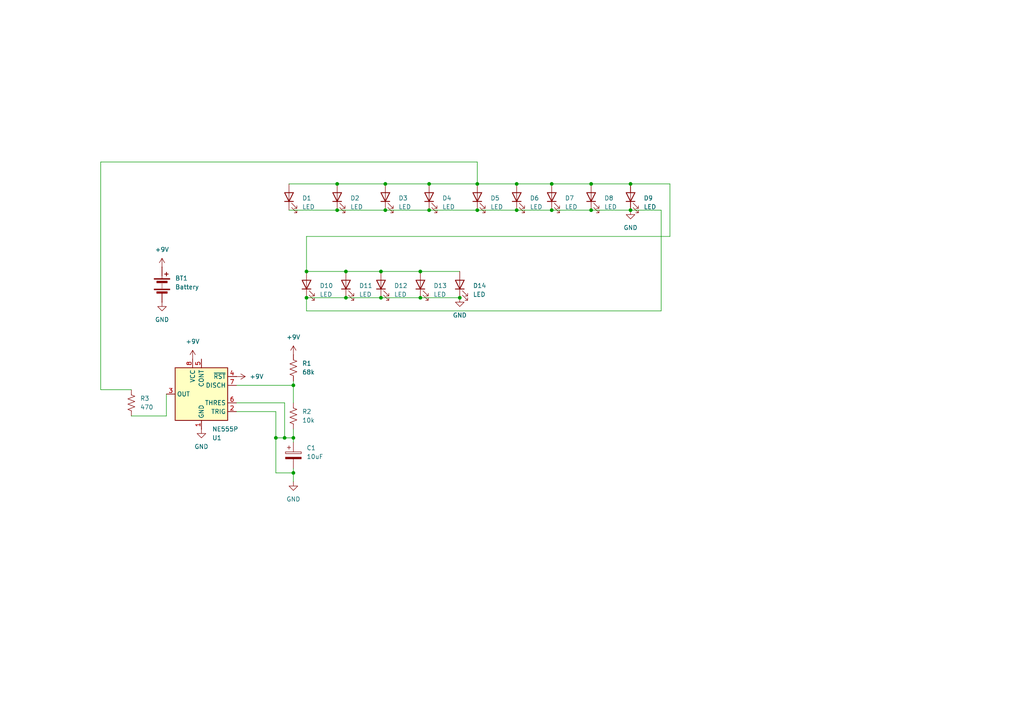
<source format=kicad_sch>
(kicad_sch (version 20250114) (generator "eeschema") (generator_version "9.0")
  (paper "A4")
  (lib_symbols
    (symbol "Device:Battery" (pin_numbers (hide yes)) (pin_names (offset 0) (hide yes))
      (property "Reference" "BT" (at 2.54 2.54 0))
      (property "Value" "Battery" (at 2.54 0 0))
      (symbol "Battery_0_1"
        (rectangle (start -2.286 1.778) (end 2.286 1.524) (fill (type outline)))
        (rectangle (start -2.286 -1.27) (end 2.286 -1.524) (fill (type outline)))
        (rectangle (start -1.524 1.016) (end 1.524 0.508) (fill (type outline)))
        (rectangle (start -1.524 -2.032) (end 1.524 -2.54) (fill (type outline)))
        (polyline (pts (xy 0 1.778) (xy 0 2.54)))
        (polyline (pts (xy 0 0) (xy 0 0.254)))
        (polyline (pts (xy 0 -0.508) (xy 0 -0.254)))
        (polyline (pts (xy 0 -1.016) (xy 0 -0.762)))
        (polyline (pts (xy 0.762 3.048) (xy 1.778 3.048)) (stroke (width 0.254)))
        (polyline (pts (xy 1.27 3.556) (xy 1.27 2.54)) (stroke (width 0.254)))
      )
      (symbol "Battery_1_1"
        (pin passive line (at 0 5.08 270) (length 2.54) (name "+") (number "1"))
        (pin passive line (at 0 -5.08 90) (length 2.54) (name "-") (number "2"))
      )
    )
    (symbol "Device:C_Polarized" (pin_numbers (hide yes)) (pin_names (offset 0.254))
      (property "Reference" "C" (at 0.635 2.54 0))
      (property "Value" "C_Polarized" (at 0.635 -2.54 0))
      (symbol "C_Polarized_0_1"
        (rectangle (start -2.286 0.508) (end 2.286 1.016))
        (polyline (pts (xy -1.778 2.286) (xy -0.762 2.286)))
        (polyline (pts (xy -1.27 2.794) (xy -1.27 1.778)))
        (rectangle (start 2.286 -0.508) (end -2.286 -1.016) (fill (type outline)))
      )
      (symbol "C_Polarized_1_1"
        (pin passive line (at 0 3.81 270) (length 2.794) (name "~") (number "1"))
        (pin passive line (at 0 -3.81 90) (length 2.794) (name "~") (number "2"))
      )
    )
    (symbol "Device:LED" (pin_numbers (hide yes)) (pin_names (offset 1.016) (hide yes))
      (property "Reference" "D" (at 0 2.54 0))
      (property "Value" "LED" (at 0 -2.54 0))
      (symbol "LED_0_1"
        (polyline (pts (xy -3.048 -0.762) (xy -4.572 -2.286) (xy -3.81 -2.286) (xy -4.572 -2.286) (xy -4.572 -1.524)))
        (polyline (pts (xy -1.778 -0.762) (xy -3.302 -2.286) (xy -2.54 -2.286) (xy -3.302 -2.286) (xy -3.302 -1.524)))
        (polyline (pts (xy -1.27 0) (xy 1.27 0)))
        (polyline (pts (xy -1.27 -1.27) (xy -1.27 1.27)) (stroke (width 0.254)))
        (polyline (pts (xy 1.27 -1.27) (xy 1.27 1.27) (xy -1.27 0) (xy 1.27 -1.27)) (stroke (width 0.254)))
      )
      (symbol "LED_1_1"
        (pin passive line (at -3.81 0 0) (length 2.54) (name "K") (number "1"))
        (pin passive line (at 3.81 0 180) (length 2.54) (name "A") (number "2"))
      )
    )
    (symbol "Device:R_US" (pin_numbers (hide yes)) (pin_names (offset 0))
      (property "Reference" "R" (at 2.54 0 90))
      (property "Value" "R_US" (at -2.54 0 90))
      (symbol "R_US_0_1"
        (polyline (pts (xy 0 2.286) (xy 0 2.54)))
        (polyline (pts (xy 0 2.286) (xy 1.016 1.905) (xy 0 1.524) (xy -1.016 1.143) (xy 0 0.762)))
        (polyline (pts (xy 0 0.762) (xy 1.016 0.381) (xy 0 0) (xy -1.016 -0.381) (xy 0 -0.762)))
        (polyline (pts (xy 0 -0.762) (xy 1.016 -1.143) (xy 0 -1.524) (xy -1.016 -1.905) (xy 0 -2.286)))
        (polyline (pts (xy 0 -2.286) (xy 0 -2.54)))
      )
      (symbol "R_US_1_1"
        (pin passive line (at 0 3.81 270) (length 1.27) (name "~") (number "1"))
        (pin passive line (at 0 -3.81 90) (length 1.27) (name "~") (number "2"))
      )
    )
    (symbol "Timer:NE555P"
      (property "Reference" "U" (at -10.16 8.89 0))
      (property "Value" "NE555P" (at 2.54 8.89 0))
      (symbol "NE555P_0_0"
        (pin power_in line (at 0 -10.16 90) (length 2.54) (name "GND") (number "1"))
        (pin power_in line (at 2.54 10.16 270) (length 2.54) (name "VCC") (number "8"))
      )
      (symbol "NE555P_0_1"
        (rectangle (start -7.62 7.62) (end 7.62 -7.62) (stroke (width 0.254)) (fill (type background)))
      )
      (symbol "NE555P_1_1"
        (pin input line (at -10.16 5.08 0) (length 2.54) (name "~{RST}") (number "4"))
        (pin input line (at -10.16 2.54 0) (length 2.54) (name "DISCH") (number "7"))
        (pin input line (at -10.16 -2.54 0) (length 2.54) (name "THRES") (number "6"))
        (pin input line (at -10.16 -5.08 0) (length 2.54) (name "TRIG") (number "2"))
        (pin open_collector line (at 0 10.16 270) (length 2.54) (name "CONT") (number "5"))
        (pin output line (at 10.16 0 180) (length 2.54) (name "OUT") (number "3"))
      )
    )
    (symbol "power:+9V" (power) (pin_numbers (hide yes)) (pin_names (offset 0) (hide yes))
      (property "Value" "+9V" (at 0 3.556 0))
      (symbol "+9V_0_1"
        (polyline (pts (xy -0.762 1.27) (xy 0 2.54)))
        (polyline (pts (xy 0 2.54) (xy 0.762 1.27)))
        (polyline (pts (xy 0 0) (xy 0 2.54)))
      )
      (symbol "+9V_1_1"
        (pin power_in line (at 0 0 90) (length 0) (name "~") (number "1"))
      )
    )
    (symbol "power:GND" (power) (pin_numbers (hide yes)) (pin_names (offset 0) (hide yes))
      (property "Value" "GND" (at 0 -3.81 0))
      (symbol "GND_0_1"
        (polyline (pts (xy 0 0) (xy 0 -1.27) (xy 1.27 -1.27) (xy 0 -2.54) (xy -1.27 -1.27) (xy 0 -1.27)))
      )
      (symbol "GND_1_1"
        (pin power_in line (at 0 0 270) (length 0) (name "~") (number "1"))
      )
    )
  )
  (junction (at 88.9 86.36))
  (junction (at 110.49 86.36))
  (junction (at 124.46 60.96))
  (junction (at 82.55 127))
  (junction (at 171.45 60.96))
  (junction (at 80.01 127))
  (junction (at 121.92 78.74))
  (junction (at 182.88 53.34))
  (junction (at 97.79 60.96))
  (junction (at 138.43 60.96))
  (junction (at 111.76 60.96))
  (junction (at 111.76 53.34))
  (junction (at 138.43 53.34))
  (junction (at 97.79 53.34))
  (junction (at 100.33 78.74))
  (junction (at 121.92 86.36))
  (junction (at 149.86 60.96))
  (junction (at 149.86 53.34))
  (junction (at 110.49 78.74))
  (junction (at 85.09 137.16))
  (junction (at 160.02 53.34))
  (junction (at 160.02 60.96))
  (junction (at 88.9 78.74))
  (junction (at 182.88 60.96))
  (junction (at 85.09 127))
  (junction (at 171.45 53.34))
  (junction (at 133.35 86.36))
  (junction (at 85.09 111.76))
  (junction (at 100.33 86.36))
  (junction (at 124.46 53.34))
  (wire (pts (xy 171.45 53.34) (xy 182.88 53.34)))
  (wire (pts (xy 110.49 86.36) (xy 121.92 86.36)))
  (wire (pts (xy 68.58 116.84) (xy 82.55 116.84)))
  (wire (pts (xy 83.82 53.34) (xy 97.79 53.34)))
  (wire (pts (xy 138.43 60.96) (xy 149.86 60.96)))
  (wire (pts (xy 138.43 53.34) (xy 149.86 53.34)))
  (wire (pts (xy 68.58 111.76) (xy 85.09 111.76)))
  (wire (pts (xy 88.9 78.74) (xy 100.33 78.74)))
  (wire (pts (xy 191.77 60.96) (xy 191.77 90.17)))
  (wire (pts (xy 194.31 68.58) (xy 194.31 53.34)))
  (wire (pts (xy 80.01 119.38) (xy 80.01 127)))
  (wire (pts (xy 82.55 116.84) (xy 82.55 127)))
  (wire (pts (xy 111.76 53.34) (xy 124.46 53.34)))
  (wire (pts (xy 85.09 135.89) (xy 85.09 137.16)))
  (wire (pts (xy 82.55 127) (xy 85.09 127)))
  (wire (pts (xy 29.21 46.99) (xy 138.43 46.99)))
  (wire (pts (xy 97.79 60.96) (xy 111.76 60.96)))
  (wire (pts (xy 110.49 78.74) (xy 121.92 78.74)))
  (wire (pts (xy 88.9 68.58) (xy 194.31 68.58)))
  (wire (pts (xy 85.09 110.49) (xy 85.09 111.76)))
  (wire (pts (xy 149.86 60.96) (xy 160.02 60.96)))
  (wire (pts (xy 121.92 86.36) (xy 133.35 86.36)))
  (wire (pts (xy 160.02 53.34) (xy 171.45 53.34)))
  (wire (pts (xy 149.86 53.34) (xy 160.02 53.34)))
  (wire (pts (xy 85.09 127) (xy 85.09 128.27)))
  (wire (pts (xy 160.02 60.96) (xy 171.45 60.96)))
  (wire (pts (xy 124.46 60.96) (xy 138.43 60.96)))
  (wire (pts (xy 111.76 60.96) (xy 124.46 60.96)))
  (wire (pts (xy 100.33 78.74) (xy 110.49 78.74)))
  (wire (pts (xy 48.26 120.65) (xy 48.26 114.3)))
  (wire (pts (xy 121.92 78.74) (xy 133.35 78.74)))
  (wire (pts (xy 191.77 90.17) (xy 88.9 90.17)))
  (wire (pts (xy 88.9 86.36) (xy 88.9 90.17)))
  (wire (pts (xy 124.46 53.34) (xy 138.43 53.34)))
  (wire (pts (xy 68.58 119.38) (xy 80.01 119.38)))
  (wire (pts (xy 100.33 86.36) (xy 110.49 86.36)))
  (wire (pts (xy 85.09 137.16) (xy 85.09 139.7)))
  (wire (pts (xy 29.21 46.99) (xy 29.21 113.03)))
  (wire (pts (xy 171.45 60.96) (xy 182.88 60.96)))
  (wire (pts (xy 88.9 86.36) (xy 100.33 86.36)))
  (wire (pts (xy 97.79 53.34) (xy 111.76 53.34)))
  (wire (pts (xy 83.82 60.96) (xy 97.79 60.96)))
  (wire (pts (xy 194.31 53.34) (xy 182.88 53.34)))
  (wire (pts (xy 38.1 120.65) (xy 48.26 120.65)))
  (wire (pts (xy 182.88 60.96) (xy 191.77 60.96)))
  (wire (pts (xy 138.43 46.99) (xy 138.43 53.34)))
  (wire (pts (xy 85.09 111.76) (xy 85.09 116.84)))
  (wire (pts (xy 80.01 127) (xy 80.01 137.16)))
  (wire (pts (xy 85.09 124.46) (xy 85.09 127)))
  (wire (pts (xy 80.01 127) (xy 82.55 127)))
  (wire (pts (xy 80.01 137.16) (xy 85.09 137.16)))
  (wire (pts (xy 88.9 78.74) (xy 88.9 68.58)))
  (wire (pts (xy 38.1 113.03) (xy 29.21 113.03)))
  (symbol (lib_id "power:+9V") (at 85.09 102.87 0) (unit 1)
    (property "Reference" "#PWR09" (effects (hide yes)))
    (property "Value" "+9V" (at 85.09 97.79 0))
    (property "Description" "Power symbol creates a global label with name \"+9V\"" (effects (hide yes)))
  )
  (symbol (lib_id "power:GND") (at 58.42 124.46 0) (unit 1)
    (property "Reference" "#PWR03" (effects (hide yes)))
    (property "Value" "GND" (at 58.42 129.54 0))
    (property "Description" "Power symbol creates a global label with name \"GND\" , ground" (effects (hide yes)))
  )
  (symbol (lib_id "Device:LED") (at 171.45 57.15 90) (unit 1)
    (property "Reference" "D8" (at 175.26 57.4674 90) (effects (justify right)))
    (property "Value" "LED" (at 175.26 60.0074 90) (effects (justify right)))
    (property "Footprint" "LED_THT:LED_D5.0mm" (effects (hide yes)))
    (property "Description" "Light emitting diode" (effects (hide yes)))
    (property "Sim.Pins" "1=K 2=A" (effects (hide yes)))
  )
  (symbol (lib_id "power:GND") (at 182.88 60.96 0) (unit 1)
    (property "Reference" "#PWR01" (effects (hide yes)))
    (property "Value" "GND" (at 182.88 66.04 0))
    (property "Description" "Power symbol creates a global label with name \"GND\" , ground" (effects (hide yes)))
  )
  (symbol (lib_id "Device:Battery") (at 46.99 82.55 0) (unit 1)
    (property "Reference" "BT1" (at 50.8 80.7084 0) (effects (justify left)))
    (property "Value" "Battery" (at 50.8 83.2484 0) (effects (justify left)))
    (property "Footprint" "Connector_PinHeader_2.54mm:PinHeader_1x02_P2.54mm_Vertical" (effects (hide yes)))
    (property "Description" "Multiple-cell battery" (effects (hide yes)))
    (property "Sim.Device" "V" (effects (hide yes)))
    (property "Sim.Type" "DC" (effects (hide yes)))
    (property "Sim.Pins" "1=+ 2=-" (effects (hide yes)))
  )
  (symbol (lib_id "Device:LED") (at 97.79 57.15 90) (unit 1)
    (property "Reference" "D2" (at 101.6 57.4674 90) (effects (justify right)))
    (property "Value" "LED" (at 101.6 60.0074 90) (effects (justify right)))
    (property "Footprint" "LED_THT:LED_D5.0mm" (effects (hide yes)))
    (property "Description" "Light emitting diode" (effects (hide yes)))
    (property "Sim.Pins" "1=K 2=A" (effects (hide yes)))
  )
  (symbol (lib_id "Device:LED") (at 111.76 57.15 90) (unit 1)
    (property "Reference" "D3" (at 115.57 57.4674 90) (effects (justify right)))
    (property "Value" "LED" (at 115.57 60.0074 90) (effects (justify right)))
    (property "Footprint" "LED_THT:LED_D5.0mm" (effects (hide yes)))
    (property "Description" "Light emitting diode" (effects (hide yes)))
    (property "Sim.Pins" "1=K 2=A" (effects (hide yes)))
  )
  (symbol (lib_id "Timer:NE555P") (at 58.42 114.3 0) (mirror y) (unit 1)
    (property "Reference" "U1" (at 61.5381 127 0) (effects (justify right)))
    (property "Value" "NE555P" (at 61.5381 124.46 0) (effects (justify right)))
    (property "Footprint" "Package_DIP:DIP-8_W7.62mm" (effects (hide yes)))
    (property "Datasheet" "http://www.ti.com/lit/ds/symlink/ne555.pdf" (effects (hide yes)))
    (property "Description" "Precision Timers, 555 compatible, PDIP-8" (effects (hide yes)))
  )
  (symbol (lib_id "Device:LED") (at 110.49 82.55 90) (unit 1)
    (property "Reference" "D12" (at 114.3 82.8674 90) (effects (justify right)))
    (property "Value" "LED" (at 114.3 85.4074 90) (effects (justify right)))
    (property "Footprint" "LED_THT:LED_D5.0mm" (effects (hide yes)))
    (property "Description" "Light emitting diode" (effects (hide yes)))
    (property "Sim.Pins" "1=K 2=A" (effects (hide yes)))
  )
  (symbol (lib_id "Device:LED") (at 133.35 82.55 90) (unit 1)
    (property "Reference" "D14" (at 137.16 82.8674 90) (effects (justify right)))
    (property "Value" "LED" (at 137.16 85.4074 90) (effects (justify right)))
    (property "Footprint" "LED_THT:LED_D5.0mm" (effects (hide yes)))
    (property "Description" "Light emitting diode" (effects (hide yes)))
    (property "Sim.Pins" "1=K 2=A" (effects (hide yes)))
  )
  (symbol (lib_id "Device:LED") (at 88.9 82.55 90) (unit 1)
    (property "Reference" "D10" (at 92.71 82.8674 90) (effects (justify right)))
    (property "Value" "LED" (at 92.71 85.4074 90) (effects (justify right)))
    (property "Footprint" "LED_THT:LED_D5.0mm" (effects (hide yes)))
    (property "Description" "Light emitting diode" (effects (hide yes)))
    (property "Sim.Pins" "1=K 2=A" (effects (hide yes)))
  )
  (symbol (lib_id "Device:R_US") (at 38.1 116.84 0) (unit 1)
    (property "Reference" "R3" (at 40.64 115.5699 0) (effects (justify left)))
    (property "Value" "470" (at 40.64 118.1099 0) (effects (justify left)))
    (property "Footprint" "Resistor_THT:R_Axial_DIN0207_L6.3mm_D2.5mm_P7.62mm_Horizontal" (effects (hide yes)))
    (property "Description" "Resistor, US symbol" (effects (hide yes)))
  )
  (symbol (lib_id "power:+9V") (at 46.99 77.47 0) (unit 1)
    (property "Reference" "#PWR06" (effects (hide yes)))
    (property "Value" "+9V" (at 46.99 72.39 0))
    (property "Description" "Power symbol creates a global label with name \"+9V\"" (effects (hide yes)))
  )
  (symbol (lib_id "power:+9V") (at 55.88 104.14 0) (unit 1)
    (property "Reference" "#PWR07" (effects (hide yes)))
    (property "Value" "+9V" (at 55.88 99.06 0))
    (property "Description" "Power symbol creates a global label with name \"+9V\"" (effects (hide yes)))
  )
  (symbol (lib_id "power:GND") (at 133.35 86.36 0) (unit 1)
    (property "Reference" "#PWR02" (effects (hide yes)))
    (property "Value" "GND" (at 133.35 91.44 0))
    (property "Description" "Power symbol creates a global label with name \"GND\" , ground" (effects (hide yes)))
  )
  (symbol (lib_id "Device:LED") (at 182.88 57.15 90) (unit 1)
    (property "Reference" "D9" (at 186.69 57.4674 90) (effects (justify right)))
    (property "Value" "LED" (at 186.69 60.0074 90) (effects (justify right)))
    (property "Footprint" "LED_THT:LED_D5.0mm" (effects (hide yes)))
    (property "Description" "Light emitting diode" (effects (hide yes)))
    (property "Sim.Pins" "1=K 2=A" (effects (hide yes)))
  )
  (symbol (lib_id "power:GND") (at 46.99 87.63 0) (unit 1)
    (property "Reference" "#PWR04" (effects (hide yes)))
    (property "Value" "GND" (at 46.99 92.71 0))
    (property "Description" "Power symbol creates a global label with name \"GND\" , ground" (effects (hide yes)))
  )
  (symbol (lib_id "Device:LED") (at 149.86 57.15 90) (unit 1)
    (property "Reference" "D6" (at 153.67 57.4674 90) (effects (justify right)))
    (property "Value" "LED" (at 153.67 60.0074 90) (effects (justify right)))
    (property "Footprint" "LED_THT:LED_D5.0mm" (effects (hide yes)))
    (property "Description" "Light emitting diode" (effects (hide yes)))
    (property "Sim.Pins" "1=K 2=A" (effects (hide yes)))
  )
  (symbol (lib_id "Device:LED") (at 121.92 82.55 90) (unit 1)
    (property "Reference" "D13" (at 125.73 82.8674 90) (effects (justify right)))
    (property "Value" "LED" (at 125.73 85.4074 90) (effects (justify right)))
    (property "Footprint" "LED_THT:LED_D5.0mm" (effects (hide yes)))
    (property "Description" "Light emitting diode" (effects (hide yes)))
    (property "Sim.Pins" "1=K 2=A" (effects (hide yes)))
  )
  (symbol (lib_id "Device:LED") (at 124.46 57.15 90) (unit 1)
    (property "Reference" "D4" (at 128.27 57.4674 90) (effects (justify right)))
    (property "Value" "LED" (at 128.27 60.0074 90) (effects (justify right)))
    (property "Footprint" "LED_THT:LED_D5.0mm" (effects (hide yes)))
    (property "Description" "Light emitting diode" (effects (hide yes)))
    (property "Sim.Pins" "1=K 2=A" (effects (hide yes)))
  )
  (symbol (lib_id "Device:R_US") (at 85.09 106.68 0) (unit 1)
    (property "Reference" "R1" (at 87.63 105.4099 0) (effects (justify left)))
    (property "Value" "68k" (at 87.63 107.9499 0) (effects (justify left)))
    (property "Footprint" "Resistor_THT:R_Axial_DIN0207_L6.3mm_D2.5mm_P7.62mm_Horizontal" (effects (hide yes)))
    (property "Description" "Resistor, US symbol" (effects (hide yes)))
  )
  (symbol (lib_id "power:GND") (at 85.09 139.7 0) (unit 1)
    (property "Reference" "#PWR05" (effects (hide yes)))
    (property "Value" "GND" (at 85.09 144.78 0))
    (property "Description" "Power symbol creates a global label with name \"GND\" , ground" (effects (hide yes)))
  )
  (symbol (lib_id "Device:LED") (at 83.82 57.15 90) (unit 1)
    (property "Reference" "D1" (at 87.63 57.4674 90) (effects (justify right)))
    (property "Value" "LED" (at 87.63 60.0074 90) (effects (justify right)))
    (property "Footprint" "LED_THT:LED_D5.0mm" (effects (hide yes)))
    (property "Description" "Light emitting diode" (effects (hide yes)))
    (property "Sim.Pins" "1=K 2=A" (effects (hide yes)))
  )
  (symbol (lib_id "Device:LED") (at 138.43 57.15 90) (unit 1)
    (property "Reference" "D5" (at 142.24 57.4674 90) (effects (justify right)))
    (property "Value" "LED" (at 142.24 60.0074 90) (effects (justify right)))
    (property "Footprint" "LED_THT:LED_D5.0mm" (effects (hide yes)))
    (property "Description" "Light emitting diode" (effects (hide yes)))
    (property "Sim.Pins" "1=K 2=A" (effects (hide yes)))
  )
  (symbol (lib_id "Device:LED") (at 160.02 57.15 90) (unit 1)
    (property "Reference" "D7" (at 163.83 57.4674 90) (effects (justify right)))
    (property "Value" "LED" (at 163.83 60.0074 90) (effects (justify right)))
    (property "Footprint" "LED_THT:LED_D5.0mm" (effects (hide yes)))
    (property "Description" "Light emitting diode" (effects (hide yes)))
    (property "Sim.Pins" "1=K 2=A" (effects (hide yes)))
  )
  (symbol (lib_id "Device:C_Polarized") (at 85.09 132.08 0) (unit 1)
    (property "Reference" "C1" (at 88.9 129.9209 0) (effects (justify left)))
    (property "Value" "10uF" (at 88.9 132.4609 0) (effects (justify left)))
    (property "Footprint" "Capacitor_THT:CP_Radial_D5.0mm_P2.00mm" (effects (hide yes)))
    (property "Description" "Polarized capacitor" (effects (hide yes)))
  )
  (symbol (lib_id "power:+9V") (at 68.58 109.22 270) (unit 1)
    (property "Reference" "#PWR08" (effects (hide yes)))
    (property "Value" "+9V" (at 72.39 109.2199 90) (effects (justify left)))
    (property "Description" "Power symbol creates a global label with name \"+9V\"" (effects (hide yes)))
  )
  (symbol (lib_id "Device:R_US") (at 85.09 120.65 0) (unit 1)
    (property "Reference" "R2" (at 87.63 119.3799 0) (effects (justify left)))
    (property "Value" "10k" (at 87.63 121.9199 0) (effects (justify left)))
    (property "Footprint" "Resistor_THT:R_Axial_DIN0207_L6.3mm_D2.5mm_P7.62mm_Horizontal" (effects (hide yes)))
    (property "Description" "Resistor, US symbol" (effects (hide yes)))
  )
  (symbol (lib_id "Device:LED") (at 100.33 82.55 90) (unit 1)
    (property "Reference" "D11" (at 104.14 82.8674 90) (effects (justify right)))
    (property "Value" "LED" (at 104.14 85.4074 90) (effects (justify right)))
    (property "Footprint" "LED_THT:LED_D5.0mm" (effects (hide yes)))
    (property "Description" "Light emitting diode" (effects (hide yes)))
    (property "Sim.Pins" "1=K 2=A" (effects (hide yes)))
  )
)
</source>
